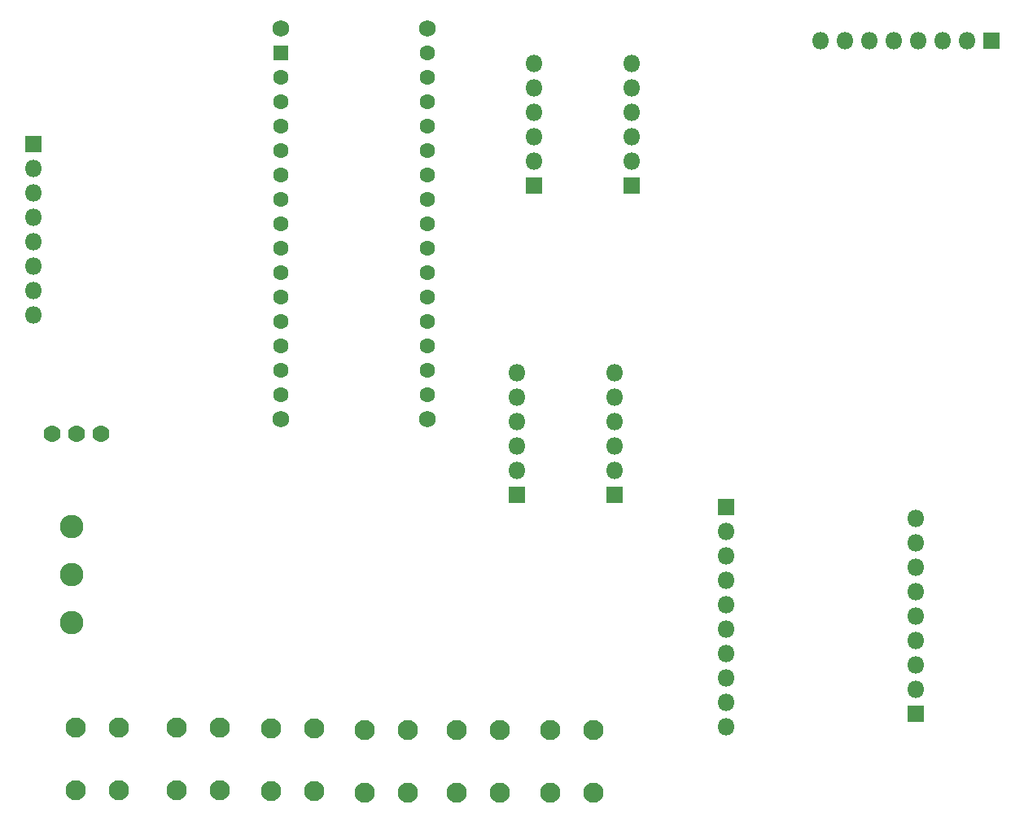
<source format=gbr>
%TF.GenerationSoftware,KiCad,Pcbnew,5.1.6-c6e7f7d~87~ubuntu20.04.1*%
%TF.CreationDate,2020-11-11T00:28:39-05:00*%
%TF.ProjectId,radio,72616469-6f2e-46b6-9963-61645f706362,rev?*%
%TF.SameCoordinates,Original*%
%TF.FileFunction,Soldermask,Top*%
%TF.FilePolarity,Negative*%
%FSLAX46Y46*%
G04 Gerber Fmt 4.6, Leading zero omitted, Abs format (unit mm)*
G04 Created by KiCad (PCBNEW 5.1.6-c6e7f7d~87~ubuntu20.04.1) date 2020-11-11 00:28:39*
%MOMM*%
%LPD*%
G01*
G04 APERTURE LIST*
%ADD10O,1.800000X1.800000*%
%ADD11R,1.800000X1.800000*%
%ADD12R,1.608000X1.608000*%
%ADD13C,1.608000*%
%ADD14C,1.751000*%
%ADD15C,2.440000*%
%ADD16C,1.776400*%
%ADD17C,2.100000*%
G04 APERTURE END LIST*
D10*
%TO.C,U5*%
X106772000Y-56008000D03*
X106772000Y-63628000D03*
X106772000Y-66168000D03*
X106772000Y-58548000D03*
D11*
X106772000Y-68708000D03*
D10*
X106772000Y-61088000D03*
X116937000Y-56008000D03*
X116937000Y-58548000D03*
X116937000Y-61088000D03*
X116937000Y-63628000D03*
X116937000Y-66168000D03*
D11*
X116937000Y-68708000D03*
%TD*%
D12*
%TO.C,U1*%
X80391000Y-54864000D03*
D13*
X80391000Y-57404000D03*
X80391000Y-59944000D03*
X80391000Y-62484000D03*
X80391000Y-65024000D03*
X80391000Y-67564000D03*
X80391000Y-70104000D03*
X80391000Y-72644000D03*
X80391000Y-75184000D03*
X80391000Y-77724000D03*
X80391000Y-80264000D03*
X80391000Y-82804000D03*
X80391000Y-85344000D03*
X80391000Y-87884000D03*
X80391000Y-90424000D03*
X95631000Y-90424000D03*
X95631000Y-87884000D03*
X95631000Y-85344000D03*
X95631000Y-82804000D03*
X95631000Y-80264000D03*
X95631000Y-77724000D03*
X95631000Y-75184000D03*
X95631000Y-72644000D03*
X95631000Y-70104000D03*
X95631000Y-67564000D03*
X95631000Y-65024000D03*
X95631000Y-62484000D03*
X95631000Y-59944000D03*
X95631000Y-57404000D03*
X95631000Y-54864000D03*
D14*
X80391000Y-92964000D03*
X95631000Y-92964000D03*
X80391000Y-52324000D03*
X95631000Y-52324000D03*
%TD*%
D15*
%TO.C,RV1*%
X58674000Y-104140000D03*
X58674000Y-109140000D03*
X58674000Y-114140000D03*
%TD*%
D10*
%TO.C,U8*%
X136510000Y-53624000D03*
X139050000Y-53624000D03*
X141590000Y-53624000D03*
X144130000Y-53624000D03*
X146670000Y-53624000D03*
X149210000Y-53624000D03*
X151750000Y-53624000D03*
D11*
X154290000Y-53624000D03*
%TD*%
D10*
%TO.C,U7*%
X126749000Y-124998000D03*
X126749000Y-122458000D03*
X126749000Y-119918000D03*
X126749000Y-117378000D03*
X126749000Y-114838000D03*
X126749000Y-112298000D03*
X126749000Y-109758000D03*
X126749000Y-107218000D03*
X126749000Y-104678000D03*
D11*
X126749000Y-102138000D03*
%TD*%
D10*
%TO.C,U6*%
X146445000Y-103361000D03*
X146445000Y-105901000D03*
X146445000Y-108441000D03*
X146445000Y-110981000D03*
X146445000Y-113521000D03*
X146445000Y-116061000D03*
X146445000Y-118601000D03*
X146445000Y-121141000D03*
D11*
X146445000Y-123681000D03*
%TD*%
D10*
%TO.C,U4*%
X104994000Y-88139000D03*
X104994000Y-95759000D03*
X104994000Y-98299000D03*
X104994000Y-90679000D03*
D11*
X104994000Y-100839000D03*
D10*
X104994000Y-93219000D03*
X115159000Y-88139000D03*
X115159000Y-90679000D03*
X115159000Y-93219000D03*
X115159000Y-95759000D03*
X115159000Y-98299000D03*
D11*
X115159000Y-100839000D03*
%TD*%
D10*
%TO.C,U2*%
X54640000Y-82183000D03*
X54640000Y-79643000D03*
X54640000Y-77103000D03*
X54640000Y-74563000D03*
X54640000Y-72023000D03*
X54640000Y-69483000D03*
X54640000Y-66943000D03*
D11*
X54640000Y-64403000D03*
%TD*%
D16*
%TO.C,SW7*%
X61722000Y-94488000D03*
X56642000Y-94488000D03*
X59182000Y-94488000D03*
%TD*%
D17*
%TO.C,SW6*%
X108458000Y-125326000D03*
X112958000Y-125326000D03*
X108458000Y-131826000D03*
X112958000Y-131826000D03*
%TD*%
%TO.C,SW5*%
X98679000Y-125326000D03*
X103179000Y-125326000D03*
X98679000Y-131826000D03*
X103179000Y-131826000D03*
%TD*%
%TO.C,SW4*%
X89154000Y-125326000D03*
X93654000Y-125326000D03*
X89154000Y-131826000D03*
X93654000Y-131826000D03*
%TD*%
%TO.C,SW3*%
X79375000Y-125199000D03*
X83875000Y-125199000D03*
X79375000Y-131699000D03*
X83875000Y-131699000D03*
%TD*%
%TO.C,SW2*%
X69596000Y-125072000D03*
X74096000Y-125072000D03*
X69596000Y-131572000D03*
X74096000Y-131572000D03*
%TD*%
%TO.C,SW1*%
X59055000Y-125072000D03*
X63555000Y-125072000D03*
X59055000Y-131572000D03*
X63555000Y-131572000D03*
%TD*%
M02*

</source>
